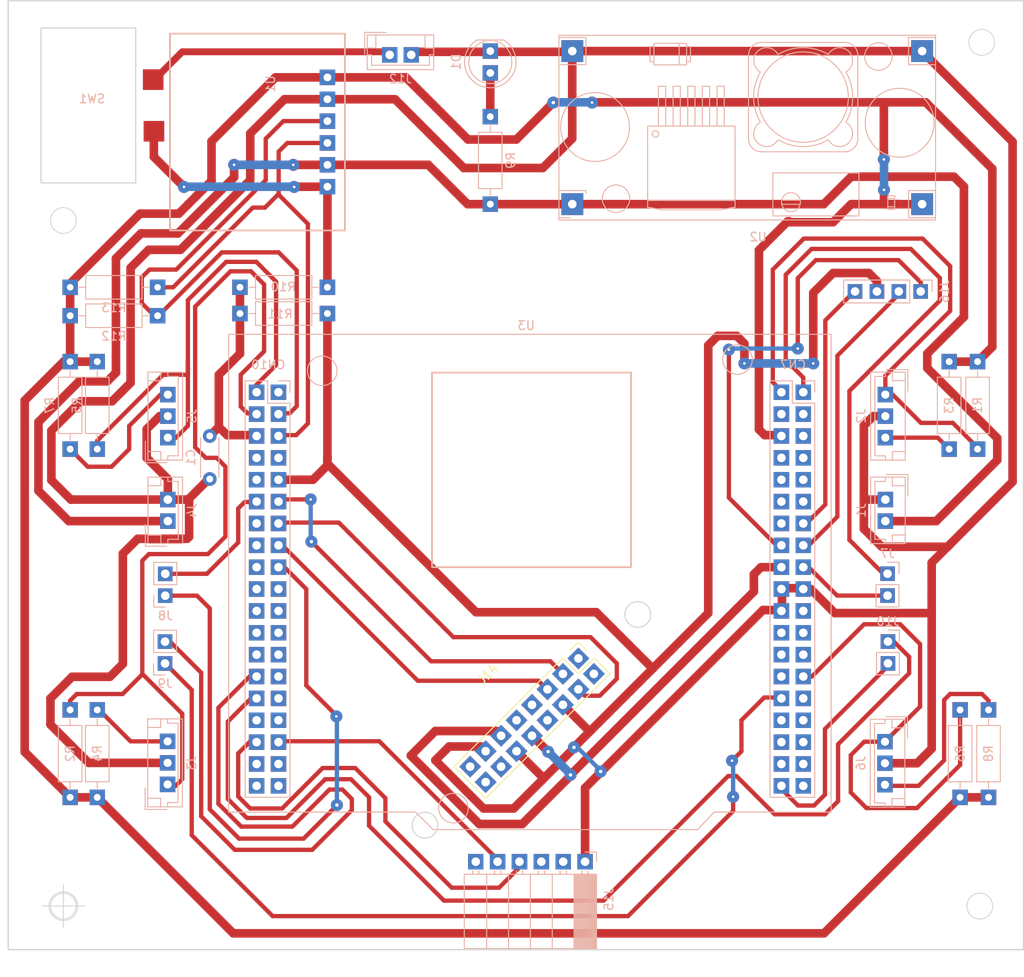
<source format=kicad_pcb>
(kicad_pcb (version 20211014) (generator pcbnew)
  (layers (0 "F.Cu" signal) (31 "B.Cu" signal) (34 "B.Paste" user) (35 "F.Paste" user) (36 "B.SilkS" user "B.Silkscreen") (37 "F.SilkS" user "F.Silkscreen") (38 "B.Mask" user) (39 "F.Mask" user) (44 "Edge.Cuts" user))
  (net 0 "")
  (net 1 "Vbat")
  (net 2 "GND")
  (net 3 "Net-(D1-Pad2)")
  (net 4 "+12V")
  (net 5 "MOTOR1_ENCODER")
  (net 6 "MOTOR3_ENCODER")
  (net 7 "MOTOR2_ENCODER")
  (net 8 "MOTOR4_ENCODER")
  (net 9 "MOTOR1_PWMN")
  (net 10 "MOTOR1_PWM")
  (net 11 "MOTOR2_PWMN")
  (net 12 "MOTOR2_PWM")
  (net 13 "MOTOR3_PWMN")
  (net 14 "MOTOR3_PWM")
  (net 15 "MOTOR4_PWMN")
  (net 16 "MOTOR4_PWM")
  (net 17 "+5V")
  (net 18 "Net-(J12-Pad1)")
  (net 19 "I2C_SDA")
  (net 20 "SPI_MISO")
  (net 21 "SPI_MOSI")
  (net 22 "SPI_SCLK")
  (net 33 "UART_TX")
  (net 34 "UART_RX")
  (net 36 "Net-(R10-Pad1)")
  (net 37 "I2C_SCL")
  (net 38 "SWDIO")
  (net 39 "SWCLK")
  (net 63 "+3V3")
  (net 87 "Net-(J6-Pad3)")
  (net 88 "Net-(J2-Pad3)")
  (net 90 "Net-(J3-Pad3)")
  (net 91 "Net-(J5-Pad3)")
  (footprint "CustomLib:Conector_IMU" (layer "F.Cu") (at 227.646871 202.14623 45)
    (fp_text reference "J14")
    (fp_text value "Conector_IMU")
    (fp_circle (center 26.2904 1.4224) (end 27.7904 1.4224) (layer "Edge.Cuts") (width 0.12) (fill none))
    (fp_circle (center -8.5 1.25) (end -7 1.25) (layer "Edge.Cuts") (width 0.12) (fill none))
  )
  (footprint "Connector_PinSocket_2.54mm:PinSocket_1x04_P2.54mm_Vertical" (layer "B.Cu") (at 280.096716 147.041 90)
    (fp_text reference "J16")
    (fp_text value "Conector_Programador")
  )
  (footprint "Connector_PinHeader_2.54mm:PinHeader_1x02_P2.54mm_Vertical" (layer "B.Cu") (at 276.296716 187.706 180)
    (fp_text reference "J10")
    (fp_text value "Conector_Motor4")
  )
  (footprint "CustomLib:Nucleo_F303RE" (layer "B.Cu") (at 266.644716 158.75 180)
    (fp_text reference "U3")
    (fp_text value "Nucleo_F303RE")
  )
  (footprint "Resistor_THT:R_Axial_DIN0207_L6.3mm_D2.5mm_P10.16mm_Horizontal" (layer "B.Cu") (at 201.025516 149.606)
    (fp_text reference "R11")
    (fp_text value "R")
  )
  (footprint "LED_THT:LED_D5.0mm" (layer "B.Cu") (at 230.104526 119.12 -90)
    (fp_text reference "D1")
    (fp_text value "LED")
  )
  (footprint "Resistor_THT:R_Axial_DIN0207_L6.3mm_D2.5mm_P10.16mm_Horizontal" (layer "B.Cu") (at 181.300716 149.86)
    (fp_text reference "R12")
    (fp_text value "4K7")
  )
  (footprint "Connector_PinHeader_2.54mm:PinHeader_1x02_P2.54mm_Vertical" (layer "B.Cu") (at 192.322526 190.256)
    (fp_text reference "J9")
    (fp_text value "Conector_Motor3")
  )
  (footprint "Capacitor_THT:C_Disc_D4.3mm_W1.9mm_P5.00mm" (layer "B.Cu") (at 197.516716 163.83 -90)
    (fp_text reference "C1")
    (fp_text value "100n")
  )
  (footprint "CustomLib:SW_SPST" (layer "B.Cu") (at 188.918716 116.4338 180)
    (fp_text reference "SW1")
    (fp_text value "SW_SPST")
    (fp_rect (start 0 0) (end 11 -18) (layer "Edge.Cuts") (width 0.12) (fill none))
  )
  (footprint "Connector_JST:JST_EH_B2B-EH-A_1x02_P2.50mm_Vertical" (layer "B.Cu") (at 192.649716 173.716 90)
    (fp_text reference "J4")
    (fp_text value "Conector_Alim_PuenteH2")
  )
  (footprint "Connector_JST:JST_EH_B3B-EH-A_1x03_P2.50mm_Vertical" (layer "B.Cu") (at 275.950716 199.343 -90)
    (fp_text reference "J6")
    (fp_text value "Conector_Encoder4")
  )
  (footprint "Connector_PinHeader_2.54mm:PinHeader_1x02_P2.54mm_Vertical" (layer "B.Cu") (at 192.349716 182.377)
    (fp_text reference "J8")
    (fp_text value "Conector_Motor2")
  )
  (footprint "Resistor_THT:R_Axial_DIN0207_L6.3mm_D2.5mm_P10.16mm_Horizontal" (layer "B.Cu") (at 184.450316 155.194 -90)
    (fp_text reference "R5")
    (fp_text value "10k")
  )
  (footprint "Resistor_THT:R_Axial_DIN0207_L6.3mm_D2.5mm_P10.16mm_Horizontal" (layer "B.Cu") (at 181.300716 155.194 -90)
    (fp_text reference "R7")
    (fp_text value "220")
  )
  (footprint "Resistor_THT:R_Axial_DIN0207_L6.3mm_D2.5mm_P10.16mm_Horizontal" (layer "B.Cu") (at 283.408716 155.194 -90)
    (fp_text reference "R3")
    (fp_text value "220")
  )
  (footprint "Resistor_THT:R_Axial_DIN0207_L6.3mm_D2.5mm_P10.16mm_Horizontal" (layer "B.Cu") (at 184.450316 205.807 90)
    (fp_text reference "R4")
    (fp_text value "220")
  )
  (footprint "Resistor_THT:R_Axial_DIN0207_L6.3mm_D2.5mm_P10.16mm_Horizontal" (layer "B.Cu") (at 287.980716 205.807 90)
    (fp_text reference "R8")
    (fp_text value "220")
  )
  (footprint "Resistor_THT:R_Axial_DIN0207_L6.3mm_D2.5mm_P10.16mm_Horizontal" (layer "B.Cu") (at 286.710716 155.194 -90)
    (fp_text reference "R1")
    (fp_text value "10k")
  )
  (footprint "Resistor_THT:R_Axial_DIN0207_L6.3mm_D2.5mm_P10.16mm_Horizontal" (layer "B.Cu") (at 211.185516 146.558 180)
    (fp_text reference "R10")
    (fp_text value "R")
  )
  (footprint "Connector_JST:JST_EH_B3B-EH-A_1x03_P2.50mm_Vertical" (layer "B.Cu") (at 192.622526 204.3 90)
    (fp_text reference "J3")
    (fp_text value "Conector_Encoder3")
  )
  (footprint "Resistor_THT:R_Axial_DIN0207_L6.3mm_D2.5mm_P10.16mm_Horizontal" (layer "B.Cu") (at 181.300716 146.558)
    (fp_text reference "R13")
    (fp_text value "4K7")
  )
  (footprint "Connector_JST:JST_EH_B2B-EH-A_1x02_P2.50mm_Vertical" (layer "B.Cu") (at 275.996716 171.216 -90)
    (fp_text reference "J1")
    (fp_text value "Conector_Alim_PuenteH1")
  )
  (footprint "Connector_JST:JST_EH_B2B-EH-A_1x02_P2.50mm_Vertical" (layer "B.Cu") (at 218.422526 119.56)
    (fp_text reference "J12")
    (fp_text value "Conector_Baterias")
  )
  (footprint "CustomLib:INA219_Module" (layer "B.Cu") (at 211.185516 122.174 -90)
    (fp_text reference "U1")
    (fp_text value "INA219_Module")
  )
  (footprint "Connector_JST:JST_EH_B3B-EH-A_1x03_P2.50mm_Vertical" (layer "B.Cu") (at 192.649716 164.024 90)
    (fp_text reference "J5")
    (fp_text value "Conector_Encoder2")
  )
  (footprint "Resistor_THT:R_Axial_DIN0207_L6.3mm_D2.5mm_P10.16mm_Horizontal" (layer "B.Cu") (at 230.104526 136.9 90)
    (fp_text reference "R9")
    (fp_text value "860")
  )
  (footprint "Connector_PinSocket_2.54mm:PinSocket_1x06_P2.54mm_Horizontal" (layer "B.Cu") (at 241.115621 213.278 90)
    (fp_text reference "J15")
    (fp_text value "Conector_ConversorUSB")
  )
  (footprint "Resistor_THT:R_Axial_DIN0207_L6.3mm_D2.5mm_P10.16mm_Horizontal" (layer "B.Cu") (at 181.300716 205.807 90)
    (fp_text reference "R2")
    (fp_text value "10k")
  )
  (footprint "Connector_PinHeader_2.54mm:PinHeader_1x02_P2.54mm_Vertical" (layer "B.Cu") (at 276.250716 179.827 180)
    (fp_text reference "J7")
    (fp_text value "Conector_Motor1")
  )
  (footprint "CustomLib:DCDC_StepDown_LM2596" (layer "B.Cu") (at 239.629526 136.9)
    (fp_text reference "U2")
    (fp_text value "LM2596_Module")
  )
  (footprint "Resistor_THT:R_Axial_DIN0207_L6.3mm_D2.5mm_P10.16mm_Horizontal" (layer "B.Cu") (at 284.678716 205.807 90)
    (fp_text reference "R6")
    (fp_text value "10k")
  )
  (footprint "Connector_JST:JST_EH_B3B-EH-A_1x03_P2.50mm_Vertical" (layer "B.Cu") (at 275.996716 159.024 -90)
    (fp_text reference "J2")
    (fp_text value "Conector_Encoder1")
  )
  (gr_rect (start 223.337716 179.07) (end 246.451716 156.464) (layer "B.SilkS") (width 0.2) (fill none))
  (gr_rect (start 292.044716 113.26) (end 174.104716 223.496) (layer "Edge.Cuts") (width 0.15) (fill none))
  (gr_circle (center 287.194716 118.11) (end 285.694716 118.11) (layer "Edge.Cuts") (width 0.1) (fill none))
  (gr_circle (center 180.514716 218.44) (end 179.014716 218.44) (layer "Edge.Cuts") (width 0.1) (fill none))
  (gr_circle (center 286.964716 218.44) (end 285.464716 218.44) (layer "Edge.Cuts") (width 0.1) (fill none))
  (gr_circle (center 180.51681 138.8) (end 179.01681 138.8) (layer "Edge.Cuts") (width 0.1) (fill none))
  (target plus (at 180.51681 218.44) (size 5) (width 0.1) (layer "Edge.Cuts"))
  (segment (start 199.528716 163.73) (end 198.572716 162.774) (width 1) (layer "F.Cu") (net 1))
  (segment (start 198.572716 156.718) (end 198.572716 162.774) (width 1) (layer "F.Cu") (net 1))
  (segment (start 198.572716 162.774) (end 197.516716 163.83) (width 1) (layer "F.Cu") (net 1))
  (segment (start 203.024716 163.73) (end 199.528716 163.73) (width 1) (layer "F.Cu") (net 1))
  (segment (start 201.025516 149.606) (end 201.025516 154.2652) (width 1) (layer "F.Cu") (net 1))
  (segment (start 201.025516 154.2652) (end 198.572716 156.718) (width 1) (layer "F.Cu") (net 1))
  (segment (start 201.025516 146.558) (end 201.025516 149.606) (width 1) (layer "F.Cu") (net 1))
  (segment (start 179.014716 197.358) (end 183.456716 201.8) (width 1) (layer "F.Cu") (net 2))
  (segment (start 273.502716 162.61981) (end 273.502716 171.08019) (width 1) (layer "F.Cu") (net 2))
  (segment (start 261.772526 184.05) (end 241.115621 204.706905) (width 1) (layer "F.Cu") (net 2))
  (segment (start 206.192716 124.714) (end 202.222526 128.68419) (width 1) (layer "F.Cu") (net 2))
  (segment (start 195.130716 171.09181) (end 197.392526 168.83) (width 1) (layer "F.Cu") (net 2))
  (segment (start 188.322526 157.65) (end 186.172526 159.8) (width 1) (layer "F.Cu") (net 2))
  (segment (start 190.422526 142.2) (end 188.322526 144.3) (width 1) (layer "F.Cu") (net 2))
  (segment (start 255.422526 153.3) (end 256.522526 152.2) (width 1) (layer "F.Cu") (net 2))
  (segment (start 228.440716 184.3) (end 242.422526 184.3) (width 1) (layer "F.Cu") (net 2))
  (segment (start 209.512526 168.91) (end 205.502716 168.91) (width 1) (layer "F.Cu") (net 2))
  (segment (start 242.422526 184.3) (end 248.972526 190.85) (width 1) (layer "F.Cu") (net 2))
  (segment (start 183.456716 201.8) (end 192.622526 201.8) (width 1) (layer "F.Cu") (net 2))
  (segment (start 279.650726 119.12) (end 240.248326 119.12) (width 1) (layer "F.Cu") (net 2))
  (segment (start 233.155233 200.442103) (end 236.122526 203.409396) (width 1) (layer "F.Cu") (net 2))
  (segment (start 211.185516 167.23701) (end 209.512526 168.91) (width 1) (layer "F.Cu") (net 2))
  (segment (start 229.021027 199.9) (end 229.56313 200.442103) (width 1) (layer "F.Cu") (net 2))
  (segment (start 190.190716 166.37) (end 190.190716 163.03181) (width 1) (layer "F.Cu") (net 2))
  (segment (start 241.822526 198) (end 239.822526 200) (width 1) (layer "F.Cu") (net 2))
  (segment (start 227.022526 132.7) (end 219.036526 124.714) (width 1) (layer "F.Cu") (net 2))
  (segment (start 192.649716 171.216) (end 192.649716 168.829) (width 1) (layer "F.Cu") (net 2))
  (segment (start 255.422526 184.4) (end 255.422526 153.3) (width 1) (layer "F.Cu") (net 2))
  (segment (start 273.502716 171.08019) (end 273.502716 174.621022) (width 1) (layer "F.Cu") (net 2))
  (segment (start 205.602716 168.81) (end 205.502716 168.91) (width 1) (layer "F.Cu") (net 2))
  (segment (start 182.522526 159.8) (end 179.122526 163.2) (width 1) (layer "F.Cu") (net 2))
  (segment (start 273.638526 171.216) (end 273.502716 171.08019) (width 1) (layer "F.Cu") (net 2))
  (segment (start 259.622526 153.1) (end 259.622526 155.4) (width 1) (layer "F.Cu") (net 2))
  (segment (start 273.502716 174.621022) (end 275.581694 176.7) (width 1) (layer "F.Cu") (net 2))
  (segment (start 275.581694 176.7) (end 283.222526 176.7) (width 1) (layer "F.Cu") (net 2))
  (segment (start 280.269526 119.12) (end 280.269526 119.147) (width 1) (layer "F.Cu") (net 2))
  (segment (start 258.722526 152.2) (end 259.622526 153.1) (width 1) (layer "F.Cu") (net 2))
  (segment (start 195.122526 175.53519) (end 194.889716 175.768) (width 1) (layer "F.Cu") (net 2))
  (segment (start 232.822526 207.1) (end 229.322526 207.1) (width 1) (layer "F.Cu") (net 2))
  (segment (start 179.122526 163.2) (end 179.122526 168.957332) (width 1) (layer "F.Cu") (net 2))
  (segment (start 187.422526 190.3) (end 185.922526 191.8) (width 1) (layer "F.Cu") (net 2))
  (segment (start 181.381194 171.216) (end 192.649716 171.216) (width 1) (layer "F.Cu") (net 2))
  (segment (start 195.130716 171.216) (end 195.130716 171.09181) (width 1) (layer "F.Cu") (net 2))
  (segment (start 211.185516 167.0448) (end 228.440716 184.3) (width 1) (layer "F.Cu") (net 2))
  (segment (start 202.222526 128.68419) (end 202.222526 134.1) (width 1) (layer "F.Cu") (net 2))
  (segment (start 186.172526 159.8) (end 182.522526 159.8) (width 1) (layer "F.Cu") (net 2))
  (segment (start 239.622526 129.2848) (end 236.207326 132.7) (width 1) (layer "F.Cu") (net 2))
  (segment (start 281.376716 184.45419) (end 281.376716 182.118) (width 1) (layer "F.Cu") (net 2))
  (segment (start 179.014716 194.31) (end 179.014716 197.358) (width 1) (layer "F.Cu") (net 2))
  (segment (start 192.649716 168.829) (end 190.190716 166.37) (width 1) (layer "F.Cu") (net 2))
  (segment (start 280.269526 119.147) (end 290.774716 129.65219) (width 1) (layer "F.Cu") (net 2))
  (segment (start 263.984716 184.05) (end 261.772526 184.05) (width 1) (layer "F.Cu") (net 2))
  (segment (start 211.185516 166.2828) (end 211.185516 167.0448) (width 1) (layer "F.Cu") (net 2))
  (segment (start 266.524716 181.51) (end 263.984716 181.51) (width 1) (layer "F.Cu") (net 2))
  (segment (start 188.322526 144.3) (end 188.322526 157.65) (width 1) (layer "F.Cu") (net 2))
  (segment (start 195.122526 171.22419) (end 195.122526 175.53519) (width 1) (layer "F.Cu") (net 2))
  (segment (start 211.185516 166.2828) (end 211.185516 167.23701) (width 1) (layer "F.Cu") (net 2))
  (segment (start 267.332526 181.61) (end 270.126526 184.404) (width 1) (layer "F.Cu") (net 2))
  (segment (start 197.392526 168.83) (end 197.516716 168.83) (width 1) (layer "F.Cu") (net 2))
  (segment (start 248.972526 190.85) (end 255.422526 184.4) (width 1) (layer "F.Cu") (net 2))
  (segment (start 275.996716 171.216) (end 273.638526 171.216) (width 1) (layer "F.Cu") (net 2))
  (segment (start 190.190716 163.03181) (end 191.698526 161.524) (width 1) (layer "F.Cu") (net 2))
  (segment (start 195.130716 171.216) (end 195.122526 171.22419) (width 1) (layer "F.Cu") (net 2))
  (segment (start 270.126526 184.404) (end 281.326526 184.404) (width 1) (layer "F.Cu") (net 2))
  (segment (start 281.326526 184.404) (end 281.376716 184.45419) (width 1) (layer "F.Cu") (net 2))
  (segment (start 256.522526 152.2) (end 258.722526 152.2) (width 1) (layer "F.Cu") (net 2))
  (segment (start 236.207326 132.7) (end 227.022526 132.7) (width 1) (layer "F.Cu") (net 2))
  (segment (start 239.622526 119.7458) (end 239.622526 129.2848) (width 1) (layer "F.Cu") (net 2))
  (segment (start 202.222526 134.1) (end 194.122526 142.2) (width 1) (layer "F.Cu") (net 2))
  (segment (start 283.222526 176.7) (end 283.472526 176.45) (width 1) (layer "F.Cu") (net 2))
  (segment (start 181.524716 191.8) (end 179.014716 194.31) (width 1) (layer "F.Cu") (net 2))
  (segment (start 239.629526 119.7388) (end 239.622526 119.7458) (width 1) (layer "F.Cu") (net 2))
  (segment (start 194.889716 175.768) (end 189.154526 175.768) (width 1) (layer "F.Cu") (net 2))
  (segment (start 238.543386 195.053949) (end 241.489437 198) (width 1) (layer "F.Cu") (net 2))
  (segment (start 220.922526 119.56) (end 220.922526 119.2) (width 1) (layer "F.Cu") (net 2))
  (segment (start 192.649716 171.216) (end 195.130716 171.216) (width 1) (layer "F.Cu") (net 2))
  (segment (start 223.722526 201.5) (end 225.322526 199.9) (width 1) (layer "F.Cu") (net 2))
  (segment (start 274.077797 144.9) (end 275.016716 145.838919) (width 1) (layer "F.Cu") (net 2))
  (segment (start 279.761526 119.2308) (end 279.650726 119.12) (width 1) (layer "F.Cu") (net 2))
  (segment (start 269.922526 144.9) (end 274.077797 144.9) (width 1) (layer "F.Cu") (net 2))
  (segment (start 283.472526 176.45) (end 281.376716 178.54581) (width 1) (layer "F.Cu") (net 2))
  (segment (start 236.122526 203.8) (end 232.822526 207.1) (width 1) (layer "F.Cu") (net 2))
  (segment (start 290.774716 129.65219) (end 290.774716 169.14781) (width 1) (layer "F.Cu") (net 2))
  (segment (start 211.185516 149.606) (end 211.185516 166.2828) (width 1) (layer "F.Cu") (net 2))
  (segment (start 275.016716 145.838919) (end 275.016716 147.041) (width 1) (layer "F.Cu") (net 2))
  (segment (start 239.629526 119.7388) (end 239.095726 119.205) (width 1) (layer "F.Cu") (net 2))
  (segment (start 221.277526 119.205) (end 220.922526 119.56) (width 1) (layer "F.Cu") (net 2))
  (segment (start 281.376716 182.118) (end 281.376716 178.54581) (width 1) (layer "F.Cu") (net 2))
  (segment (start 187.422526 177.5) (end 187.422526 190.3) (width 1) (layer "F.Cu") (net 2))
  (segment (start 194.122526 142.2) (end 190.422526 142.2) (width 1) (layer "F.Cu") (net 2))
  (segment (start 219.036526 124.714) (end 206.192716 124.714) (width 1) (layer "F.Cu") (net 2))
  (segment (start 274.598526 161.524) (end 273.502716 162.61981) (width 1) (layer "F.Cu") (net 2))
  (segment (start 229.322526 207.1) (end 223.722526 201.5) (width 1) (layer "F.Cu") (net 2))
  (segment (start 290.774716 169.14781) (end 283.472526 176.45) (width 1) (layer "F.Cu") (net 2))
  (segment (start 239.822526 200) (end 239.822526 200.1) (width 1) (layer "F.Cu") (net 2))
  (segment (start 191.698526 161.524) (end 192.649716 161.524) (width 1) (layer "F.Cu") (net 2))
  (segment (start 266.462716 181.61) (end 267.332526 181.61) (width 1) (layer "F.Cu") (net 2))
  (segment (start 275.950716 201.843) (end 279.685716 201.843) (width 1) (layer "F.Cu") (net 2))
  (segment (start 263.984716 181.51) (end 263.984716 184.05) (width 1) (layer "F.Cu") (net 2))
  (segment (start 211.185516 149.606) (end 211.272716 149.6932) (width 1) (layer "F.Cu") (net 2))
  (segment (start 225.322526 199.9) (end 229.021027 199.9) (width 1) (layer "F.Cu") (net 2))
  (segment (start 267.622526 147.2) (end 269.922526 144.9) (width 1) (layer "F.Cu") (net 2))
  (segment (start 267.622526 155.4) (end 267.622526 147.2) (width 1) (layer "F.Cu") (net 2))
  (segment (start 189.154526 175.768) (end 187.422526 177.5) (width 1) (layer "F.Cu") (net 2))
  (segment (start 281.376716 200.152) (end 281.376716 184.45419) (width 1) (layer "F.Cu") (net 2))
  (segment (start 241.489437 198) (end 241.822526 198) (width 1) (layer "F.Cu") (net 2))
  (segment (start 275.996716 161.524) (end 274.598526 161.524) (width 1) (layer "F.Cu") (net 2))
  (segment (start 248.972526 190.85) (end 241.822526 198) (width 1) (layer "F.Cu") (net 2))
  (segment (start 236.122526 203.409396) (end 236.122526 203.8) (width 1) (layer "F.Cu") (net 2))
  (segment (start 239.922526 200) (end 239.822526 200) (width 1) (layer "F.Cu") (net 2))
  (segment (start 179.122526 168.957332) (end 181.381194 171.216) (width 1) (layer "F.Cu") (net 2))
  (segment (start 279.685716 201.843) (end 281.376716 200.152) (width 1) (layer "F.Cu") (net 2))
  (segment (start 241.115621 204.706905) (end 241.115621 213.278) (width 1) (layer "F.Cu") (net 2))
  (segment (start 185.922526 191.8) (end 181.524716 191.8) (width 1) (layer "F.Cu") (net 2))
  (segment (start 240.248326 119.12) (end 239.629526 119.7388) (width 1) (layer "F.Cu") (net 2))
  (segment (start 239.095726 119.205) (end 221.277526 119.205) (width 1) (layer "F.Cu") (net 2))
  (segment (start 239.822526 200.1) (end 236.122526 203.8) (width 1) (layer "F.Cu") (net 2))
  (via (at 242.922526 202.8) (size 1.4) (drill 0.4) (layers "F.Cu" "B.Cu") (net 2))
  (via (at 259.622526 155.4) (size 1.4) (drill 0) (layers "F.Cu" "B.Cu") (net 2))
  (via (at 239.822526 200) (size 1.4) (drill 0.4) (layers "F.Cu" "B.Cu") (net 2))
  (via (at 267.622526 155.4) (size 1.4) (drill 0) (layers "F.Cu" "B.Cu") (net 2))
  (segment (start 240.222526 200) (end 242.922526 202.7) (width 0.5) (layer "B.Cu") (net 2))
  (segment (start 239.822526 200) (end 240.222526 200) (width 0.5) (layer "B.Cu") (net 2))
  (segment (start 242.922526 202.7) (end 242.922526 202.8) (width 0.5) (layer "B.Cu") (net 2))
  (segment (start 259.622526 155.4) (end 267.622526 155.4) (width 1) (layer "B.Cu") (net 2))
  (segment (start 230.104526 122.2788) (end 230.104526 126.5038) (width 1) (layer "F.Cu") (net 3))
  (segment (start 186.622526 143.2) (end 186.622526 156.47619) (width 1) (layer "F.Cu") (net 4))
  (segment (start 200.350716 132.334) (end 200.350716 133.77181) (width 1) (layer "F.Cu") (net 4))
  (segment (start 182.342526 157.48) (end 177.622526 162.2) (width 1) (layer "F.Cu") (net 4))
  (segment (start 288.996716 166.624) (end 288.996716 164.07419) (width 1) (layer "F.Cu") (net 4))
  (segment (start 222.901726 132.334) (end 227.467726 136.9) (width 1) (layer "F.Cu") (net 4))
  (segment (start 193.822526 140.3) (end 189.522526 140.3) (width 1) (layer "F.Cu") (net 4))
  (segment (start 275.996716 173.716) (end 281.904716 173.716) (width 1) (layer "F.Cu") (net 4))
  (segment (start 281.904716 173.716) (end 288.996716 166.624) (width 1) (layer "F.Cu") (net 4))
  (segment (start 239.629526 136.9) (end 230.104526 136.9) (width 1) (layer "F.Cu") (net 4))
  (segment (start 283.966526 133.7088) (end 272.028526 133.7088) (width 1) (layer "F.Cu") (net 4))
  (segment (start 280.868716 154.25381) (end 285.122526 150) (width 1) (layer "F.Cu") (net 4))
  (segment (start 285.122526 150) (end 285.122526 134.8648) (width 1) (layer "F.Cu") (net 4))
  (segment (start 185.618716 157.48) (end 182.342526 157.48) (width 1) (layer "F.Cu") (net 4))
  (segment (start 200.350716 133.77181) (end 193.822526 140.3) (width 1) (layer "F.Cu") (net 4))
  (segment (start 177.622526 170.197905) (end 181.140621 173.716) (width 1) (layer "F.Cu") (net 4))
  (segment (start 272.028526 133.7088) (end 268.837326 136.9) (width 1) (layer "F.Cu") (net 4))
  (segment (start 181.140621 173.716) (end 192.649716 173.716) (width 1) (layer "F.Cu") (net 4))
  (segment (start 227.467726 136.9) (end 230.104526 136.9) (width 1) (layer "F.Cu") (net 4))
  (segment (start 207.222526 132.334) (end 222.901726 132.334) (width 1) (layer "F.Cu") (net 4))
  (segment (start 268.837326 136.9) (end 239.629526 136.9) (width 1) (layer "F.Cu") (net 4))
  (segment (start 177.622526 162.2) (end 177.622526 170.197905) (width 1) (layer "F.Cu") (net 4))
  (segment (start 280.868716 155.94619) (end 280.868716 154.25381) (width 1) (layer "F.Cu") (net 4))
  (segment (start 288.996716 164.07419) (end 280.868716 155.94619) (width 1) (layer "F.Cu") (net 4))
  (segment (start 285.122526 134.8648) (end 283.966526 133.7088) (width 1) (layer "F.Cu") (net 4))
  (segment (start 189.522526 140.3) (end 186.622526 143.2) (width 1) (layer "F.Cu") (net 4))
  (segment (start 186.622526 156.47619) (end 185.618716 157.48) (width 1) (layer "F.Cu") (net 4))
  (via (at 207.222526 132.334) (size 1.4) (drill 0) (layers "F.Cu" "B.Cu") (net 4))
  (via (at 200.350716 132.334) (size 1.4) (drill 0) (layers "F.Cu" "B.Cu") (net 4))
  (segment (start 200.350716 132.334) (end 207.222526 132.334) (width 1) (layer "B.Cu") (net 4))
  (segment (start 283.828526 162.306) (end 280.128526 162.306) (width 0.5) (layer "F.Cu") (net 5))
  (segment (start 280.322526 140.9) (end 266.522526 140.9) (width 0.5) (layer "F.Cu") (net 5))
  (segment (start 275.996716 159.024) (end 275.996716 156.82581) (width 0.5) (layer "F.Cu") (net 5))
  (segment (start 283.522526 144.1) (end 280.322526 140.9) (width 0.5) (layer "F.Cu") (net 5))
  (segment (start 276.846526 159.024) (end 275.996716 159.024) (width 0.5) (layer "F.Cu") (net 5))
  (segment (start 280.128526 162.306) (end 276.846526 159.024) (width 0.5) (layer "F.Cu") (net 5))
  (segment (start 266.522526 140.9) (end 262.922526 144.5) (width 0.5) (layer "F.Cu") (net 5))
  (segment (start 283.522526 149.3) (end 283.522526 144.1) (width 0.5) (layer "F.Cu") (net 5))
  (segment (start 286.710716 165.354) (end 286.710716 165.18819) (width 0.5) (layer "F.Cu") (net 5))
  (segment (start 262.922526 144.5) (end 262.922526 157.58781) (width 0.5) (layer "F.Cu") (net 5))
  (segment (start 286.710716 165.18819) (end 283.828526 162.306) (width 0.5) (layer "F.Cu") (net 5))
  (segment (start 262.922526 157.58781) (end 263.984716 158.65) (width 0.5) (layer "F.Cu") (net 5))
  (segment (start 275.996716 156.82581) (end 283.522526 149.3) (width 0.5) (layer "F.Cu") (net 5))
  (segment (start 199.334716 175.514) (end 199.334716 167.386) (width 0.5) (layer "F.Cu") (net 6))
  (segment (start 187.396716 193.802) (end 189.682716 191.516) (width 0.5) (layer "F.Cu") (net 6))
  (segment (start 190.444716 177.546) (end 197.302716 177.546) (width 0.5) (layer "F.Cu") (net 6))
  (segment (start 195.822526 165.14381) (end 195.822526 148.80019) (width 0.5) (layer "F.Cu") (net 6))
  (segment (start 199.334716 167.386) (end 198.318716 166.37) (width 0.5) (layer "F.Cu") (net 6))
  (segment (start 197.048716 166.37) (end 195.822526 165.14381) (width 0.5) (layer "F.Cu") (net 6))
  (segment (start 201.112716 156.718) (end 201.112716 160.401) (width 0.5) (layer "F.Cu") (net 6))
  (segment (start 189.738526 191.516) (end 194.322526 196.1) (width 0.5) (layer "F.Cu") (net 6))
  (segment (start 202.302716 144.7) (end 203.830716 146.228) (width 0.5) (layer "F.Cu") (net 6))
  (segment (start 197.302716 177.546) (end 199.334716 175.514) (width 0.5) (layer "F.Cu") (net 6))
  (segment (start 199.922716 144.7) (end 202.302716 144.7) (width 0.5) (layer "F.Cu") (net 6))
  (segment (start 189.682716 191.516) (end 189.738526 191.516) (width 0.5) (layer "F.Cu") (net 6))
  (segment (start 181.300716 194.564) (end 182.062716 193.802) (width 0.5) (layer "F.Cu") (net 6))
  (segment (start 201.112716 160.401) (end 201.901716 161.19) (width 0.5) (layer "F.Cu") (net 6))
  (segment (start 203.830716 146.228) (end 203.830716 154) (width 0.5) (layer "F.Cu") (net 6))
  (segment (start 182.062716 193.802) (end 187.396716 193.802) (width 0.5) (layer "F.Cu") (net 6))
  (segment (start 189.682716 178.308) (end 190.444716 177.546) (width 0.5) (layer "F.Cu") (net 6))
  (segment (start 198.318716 166.37) (end 197.048716 166.37) (width 0.5) (layer "F.Cu") (net 6))
  (segment (start 195.822526 148.80019) (end 199.922716 144.7) (width 0.5) (layer "F.Cu") (net 6))
  (segment (start 201.901716 161.19) (end 203.024716 161.19) (width 0.5) (layer "F.Cu") (net 6))
  (segment (start 189.682716 191.516) (end 189.682716 178.308) (width 0.5) (layer "F.Cu") (net 6))
  (segment (start 203.830716 154) (end 201.112716 156.718) (width 0.5) (layer "F.Cu") (net 6))
  (segment (start 194.322526 203.7) (end 193.522526 204.5) (width 0.5) (layer "F.Cu") (net 6))
  (segment (start 181.300716 195.647) (end 181.300716 194.564) (width 0.5) (layer "F.Cu") (net 6))
  (segment (start 194.322526 196.1) (end 194.322526 203.7) (width 0.5) (layer "F.Cu") (net 6))
  (segment (start 202.922526 143.6) (end 205.222526 145.9) (width 0.5) (layer "F.Cu") (net 7))
  (segment (start 184.450316 164.37221) (end 192.104526 156.718) (width 0.5) (layer "F.Cu") (net 7))
  (segment (start 193.598526 164.024) (end 194.978716 162.64381) (width 0.5) (layer "F.Cu") (net 7))
  (segment (start 199.422526 143.6) (end 202.922526 143.6) (width 0.5) (layer "F.Cu") (net 7))
  (segment (start 194.978716 155.156) (end 194.978716 148.04381) (width 0.5) (layer "F.Cu") (net 7))
  (segment (start 202.924716 157.89781) (end 202.924716 158.75) (width 0.5) (layer "F.Cu") (net 7))
  (segment (start 205.222526 155.6) (end 202.924716 157.89781) (width 0.5) (layer "F.Cu") (net 7))
  (segment (start 192.649716 164.024) (end 193.598526 164.024) (width 0.5) (layer "F.Cu") (net 7))
  (segment (start 194.978716 162.64381) (end 194.978716 155.156) (width 0.5) (layer "F.Cu") (net 7))
  (segment (start 192.104526 156.718) (end 194.978716 156.718) (width 0.5) (layer "F.Cu") (net 7))
  (segment (start 184.450316 165.354) (end 184.450316 164.37221) (width 0.5) (layer "F.Cu") (net 7))
  (segment (start 194.978716 156.718) (end 194.978716 155.156) (width 0.5) (layer "F.Cu") (net 7))
  (segment (start 194.978716 148.04381) (end 199.422526 143.6) (width 0.5) (layer "F.Cu") (net 7))
  (segment (start 205.222526 145.9) (end 205.222526 155.6) (width 0.5) (layer "F.Cu") (net 7))
  (segment (start 273.526526 185.7) (end 277.722526 185.7) (width 0.5) (layer "F.Cu") (net 8))
  (segment (start 271.978716 205.232) (end 273.794716 207.048) (width 0.5) (layer "F.Cu") (net 8))
  (segment (start 280.029526 195.26419) (end 275.950716 199.343) (width 0.5) (layer "F.Cu") (net 8))
  (segment (start 273.549716 199.343) (end 271.978716 200.914) (width 0.5) (layer "F.Cu") (net 8))
  (segment (start 271.978716 200.914) (end 271.978716 205.232) (width 0.5) (layer "F.Cu") (net 8))
  (segment (start 267.456526 191.77) (end 273.526526 185.7) (width 0.5) (layer "F.Cu") (net 8))
  (segment (start 279.676086 207.048) (end 284.678716 202.04537) (width 0.5) (layer "F.Cu") (net 8))
  (segment (start 273.794716 207.048) (end 279.676086 207.048) (width 0.5) (layer "F.Cu") (net 8))
  (segment (start 277.722526 185.7) (end 280.029526 188.007) (width 0.5) (layer "F.Cu") (net 8))
  (segment (start 266.462716 191.77) (end 267.456526 191.77) (width 0.5) (layer "F.Cu") (net 8))
  (segment (start 284.678716 202.04537) (end 284.678716 195.647) (width 0.5) (layer "F.Cu") (net 8))
  (segment (start 275.950716 199.343) (end 273.549716 199.343) (width 0.5) (layer "F.Cu") (net 8))
  (segment (start 280.029526 188.007) (end 280.029526 195.26419) (width 0.5) (layer "F.Cu") (net 8))
  (segment (start 264.422526 155.00381) (end 266.462716 157.044) (width 0.5) (layer "F.Cu") (net 9))
  (segment (start 276.250716 179.827) (end 275.749526 179.827) (width 0.5) (layer "F.Cu") (net 9))
  (segment (start 282.322526 145.47181) (end 278.950716 142.1) (width 0.5) (layer "F.Cu") (net 9))
  (segment (start 271.822526 175.9) (end 271.822526 158.6) (width 0.5) (layer "F.Cu") (net 9))
  (segment (start 266.462716 157.044) (end 266.462716 158.75) (width 0.5) (layer "F.Cu") (net 9))
  (segment (start 271.822526 158.6) (end 282.322526 148.1) (width 0.5) (layer "F.Cu") (net 9))
  (segment (start 267.422526 142.1) (end 264.422526 145.1) (width 0.5) (layer "F.Cu") (net 9))
  (segment (start 282.322526 148.1) (end 282.322526 145.47181) (width 0.5) (layer "F.Cu") (net 9))
  (segment (start 275.749526 179.827) (end 271.822526 175.9) (width 0.5) (layer "F.Cu") (net 9))
  (segment (start 264.422526 145.1) (end 264.422526 155.00381) (width 0.5) (layer "F.Cu") (net 9))
  (segment (start 278.950716 142.1) (end 267.422526 142.1) (width 0.5) (layer "F.Cu") (net 9))
  (segment (start 267.092526 179.07) (end 266.462716 179.07) (width 0.5) (layer "F.Cu") (net 10))
  (segment (start 276.250716 182.367) (end 270.389526 182.367) (width 0.5) (layer "F.Cu") (net 10))
  (segment (start 266.524716 178.97) (end 266.554716 179) (width 0.5) (layer "F.Cu") (net 10))
  (segment (start 270.389526 182.367) (end 267.092526 179.07) (width 0.5) (layer "F.Cu") (net 10))
  (segment (start 206.092526 178.97) (end 205.564716 178.97) (width 0.5) (layer "F.Cu") (net 11))
  (segment (start 200.922526 210.6) (end 197.522526 207.2) (width 0.5) (layer "F.Cu") (net 11))
  (segment (start 212.222526 196.4) (end 212.222526 196.3) (width 0.5) (layer "F.Cu") (net 11))
  (segment (start 208.422526 210.6) (end 200.922526 210.6) (width 0.5) (layer "F.Cu") (net 11))
  (segment (start 208.732716 181.61019) (end 206.092526 178.97) (width 0.5) (layer "F.Cu") (net 11))
  (segment (start 208.732716 192.81019) (end 208.732716 181.61019) (width 0.5) (layer "F.Cu") (net 11))
  (segment (start 212.222526 196.3) (end 208.732716 192.81019) (width 0.5) (layer "F.Cu") (net 11))
  (segment (start 197.522526 207.2) (end 197.522526 183.86181) (width 0.5) (layer "F.Cu") (net 11))
  (segment (start 197.522526 183.86181) (end 196.037716 182.377) (width 0.5) (layer "F.Cu") (net 11))
  (segment (start 196.037716 182.377) (end 192.349716 182.377) (width 0.5) (layer "F.Cu") (net 11))
  (segment (start 212.288716 206.7) (end 212.288716 206.73381) (width 0.5) (layer "F.Cu") (net 11))
  (segment (start 212.288716 206.73381) (end 208.422526 210.6) (width 0.5) (layer "F.Cu") (net 11))
  (via (at 212.222526 196.4) (size 1.4) (drill 0) (layers "F.Cu" "B.Cu") (net 11))
  (via (at 212.288716 206.7) (size 1.4) (drill 0.4) (layers "F.Cu" "B.Cu") (net 11))
  (segment (start 212.288716 196.46619) (end 212.222526 196.4) (width 0.5) (layer "B.Cu") (net 11))
  (segment (start 212.288716 206.7) (end 212.288716 196.46619) (width 0.5) (layer "B.Cu") (net 11))
  (segment (start 197.185526 179.837) (end 200.822526 176.2) (width 0.5) (layer "F.Cu") (net 12))
  (segment (start 200.822526 172.24819) (end 201.570716 171.5) (width 0.5) (layer "F.Cu") (net 12))
  (segment (start 200.822526 176.2) (end 200.822526 172.24819) (width 0.5) (layer "F.Cu") (net 12))
  (segment (start 192.349716 179.837) (end 197.185526 179.837) (width 0.5) (layer "F.Cu") (net 12))
  (segment (start 201.570716 171.5) (end 202.874716 171.5) (width 0.5) (layer "F.Cu") (net 12))
  (segment (start 195.422526 210.2) (end 195.422526 193.32881) (width 0.5) (layer "F.Cu") (net 13))
  (segment (start 246.109327 219.6) (end 204.822526 219.6) (width 0.5) (layer "F.Cu") (net 13))
  (segment (start 259.278716 200.45581) (end 259.278716 196.85) (width 0.5) (layer "F.Cu") (net 13))
  (segment (start 258.312526 205.74) (end 258.312526 207.396801) (width 0.5) (layer "F.Cu") (net 13))
  (segment (start 259.278716 196.85) (end 261.918716 194.21) (width 0.5) (layer "F.Cu") (net 13))
  (segment (start 258.312526 207.396801) (end 246.109327 219.6) (width 0.5) (layer "F.Cu") (net 13))
  (segment (start 195.422526 193.32881) (end 192.349716 190.256) (width 0.5) (layer "F.Cu") (net 13))
  (segment (start 261.918716 194.21) (end 263.984716 194.21) (width 0.5) (layer "F.Cu") (net 13))
  (segment (start 258.185526 201.549) (end 259.278716 200.45581) (width 0.5) (layer "F.Cu") (net 13))
  (segment (start 204.822526 219.6) (end 195.422526 210.2) (width 0.5) (layer "F.Cu") (net 13))
  (via (at 258.185526 201.549) (size 1.4) (drill 0) (layers "F.Cu" "B.Cu") (net 13))
  (via (at 258.312526 205.74) (size 1.4) (drill 0) (layers "F.Cu" "B.Cu") (net 13))
  (segment (start 258.185526 201.549) (end 258.312526 201.676) (width 0.5) (layer "B.Cu") (net 13))
  (segment (start 258.312526 201.676) (end 258.312526 205.74) (width 0.5) (layer "B.Cu") (net 13))
  (segment (start 207.122526 209.2) (end 211.422526 204.9) (width 0.5) (layer "F.Cu") (net 14))
  (segment (start 203.024716 191.67) (end 202.252526 191.67) (width 0.5) (layer "F.Cu") (net 14))
  (segment (start 214.022526 206) (end 214.022526 207.3) (width 0.5) (layer "F.Cu") (net 14))
  (segment (start 196.522526 191.328489) (end 192.910037 187.716) (width 0.5) (layer "F.Cu") (net 14))
  (segment (start 198.522526 206.55) (end 201.172526 209.2) (width 0.5) (layer "F.Cu") (net 14))
  (segment (start 211.422526 204.9) (end 212.922526 204.9) (width 0.5) (layer "F.Cu") (net 14))
  (segment (start 198.522526 195.4) (end 198.522526 206.55) (width 0.5) (layer "F.Cu") (net 14))
  (segment (start 201.172526 209.2) (end 207.122526 209.2) (width 0.5) (layer "F.Cu") (net 14))
  (segment (start 212.922526 204.9) (end 214.022526 206) (width 0.5) (layer "F.Cu") (net 14))
  (segment (start 196.522526 208) (end 196.522526 191.328489) (width 0.5) (layer "F.Cu") (net 14))
  (segment (start 214.022526 207.3) (end 209.422526 211.9) (width 0.5) (layer "F.Cu") (net 14))
  (segment (start 192.910037 187.716) (end 192.349716 187.716) (width 0.5) (layer "F.Cu") (net 14))
  (segment (start 202.252526 191.67) (end 198.522526 195.4) (width 0.5) (layer "F.Cu") (net 14))
  (segment (start 200.422526 211.9) (end 196.522526 208) (width 0.5) (layer "F.Cu") (net 14))
  (segment (start 209.422526 211.9) (end 200.422526 211.9) (width 0.5) (layer "F.Cu") (net 14))
  (segment (start 199.622526 197) (end 199.622526 206) (width 0.5) (layer "F.Cu") (net 15))
  (segment (start 202.924716 194.31) (end 203.024716 194.21) (width 0.5) (layer "F.Cu") (net 15))
  (segment (start 203.024716 194.21) (end 202.412526 194.21) (width 0.5) (layer "F.Cu") (net 15))
  (segment (start 224.722526 217.8) (end 243.268026 217.8) (width 0.5) (layer "F.Cu") (net 15))
  (segment (start 278.759526 189.484) (end 276.981526 187.706) (width 0.5) (layer "F.Cu") (net 15))
  (segment (start 263.138526 207.772) (end 268.980526 207.772) (width 0.5) (layer "F.Cu") (net 15))
  (segment (start 257.741026 203.327) (end 258.693526 203.327) (width 0.5) (layer "F.Cu") (net 15))
  (segment (start 258.693526 203.327) (end 263.138526 207.772) (width 0.5) (layer "F.Cu") (net 15))
  (segment (start 210.922526 203.7) (end 213.922526 203.7) (width 0.5) (layer "F.Cu") (net 15))
  (segment (start 216.022526 205.8) (end 216.022526 209.1) (width 0.5) (layer "F.Cu") (net 15))
  (segment (start 202.412526 194.21) (end 199.622526 197) (width 0.5) (layer "F.Cu") (net 15))
  (segment (start 278.759526 191.389) (end 278.759526 189.484) (width 0.5) (layer "F.Cu") (net 15))
  (segment (start 276.981526 187.706) (end 276.296716 187.706) (width 0.5) (layer "F.Cu") (net 15))
  (segment (start 206.422526 208.2) (end 210.922526 203.7) (width 0.5) (layer "F.Cu") (net 15))
  (segment (start 199.622526 206) (end 201.822526 208.2) (width 0.5) (layer "F.Cu") (net 15))
  (segment (start 216.022526 209.1) (end 224.722526 217.8) (width 0.5) (layer "F.Cu") (net 15))
  (segment (start 213.922526 203.7) (end 216.022526 205.8) (width 0.5) (layer "F.Cu") (net 15))
  (segment (start 201.822526 208.2) (end 206.422526 208.2) (width 0.5) (layer "F.Cu") (net 15))
  (segment (start 268.980526 207.772) (end 270.504526 206.248) (width 0.5) (layer "F.Cu") (net 15))
  (segment (start 243.268026 217.8) (end 257.741026 203.327) (width 0.5) (layer "F.Cu") (net 15))
  (segment (start 270.504526 199.644) (end 278.759526 191.389) (width 0.5) (layer "F.Cu") (net 15))
  (segment (start 270.504526 206.248) (end 270.504526 199.644) (width 0.5) (layer "F.Cu") (net 15))
  (segment (start 267.710526 206.756) (end 268.980526 205.486) (width 0.5) (layer "F.Cu") (net 16))
  (segment (start 276.296716 190.54981) (end 276.296716 190.246) (width 0.5) (layer "F.Cu") (net 16))
  (segment (start 268.980526 197.866) (end 276.296716 190.54981) (width 0.5) (layer "F.Cu") (net 16))
  (segment (start 265.849694 206.756) (end 267.710526 206.756) (width 0.5) (layer "F.Cu") (net 16))
  (segment (start 268.980526 205.486) (end 268.980526 197.866) (width 0.5) (layer "F.Cu") (net 16))
  (segment (start 263.922716 204.47) (end 263.922716 204.829022) (width 0.5) (layer "F.Cu") (net 16))
  (segment (start 263.922716 204.829022) (end 265.849694 206.756) (width 0.5) (layer "F.Cu") (net 16))
  (segment (start 284.678716 205.807) (end 284.661526 205.807) (width 1) (layer "F.Cu") (net 17))
  (segment (start 184.450316 155.194) (end 181.300716 155.194) (width 1) (layer "F.Cu") (net 17))
  (segment (start 181.300716 146.558) (end 181.300716 155.194) (width 1) (layer "F.Cu") (net 17))
  (segment (start 261.552526 179.07) (end 263.922716 179.07) (width 1) (layer "F.Cu") (net 17))
  (segment (start 193.922526 138) (end 189.422526 138) (width 1) (layer "F.Cu") (net 17))
  (segment (start 264.922526 139) (end 264.822526 138.9) (width 1) (layer "F.Cu") (net 17))
  (segment (start 239.422526 203.2) (end 260.722526 181.9) (width 1) (layer "F.Cu") (net 17))
  (segment (start 197.722526 129.6) (end 197.722526 134.2) (width 1) (layer "F.Cu") (net 17))
  (segment (start 239.422526 203.3) (end 233.822526 208.9) (width 1) (layer "F.Cu") (net 17))
  (segment (start 239.422526 203.2) (end 239.422526 203.3) (width 1) (layer "F.Cu") (net 17))
  (segment (start 277.505726 136.9) (end 272.022526 136.9) (width 1) (layer "F.Cu") (net 17))
  (segment (start 284.661526 205.807) (end 268.868526 221.6) (width 1) (layer "F.Cu") (net 17))
  (segment (start 261.310716 142.24) (end 261.310716 163.068) (width 1) (layer "F.Cu") (net 17))
  (segment (start 176.022526 159.71019) (end 176.022526 200.52881) (width 1) (layer "F.Cu") (net 17))
  (segment (start 263.984716 179.008) (end 263.922716 179.07) (width 1) (layer "F.Cu") (net 17))
  (segment (start 205.148526 122.174) (end 197.722526 129.6) (width 1) (layer "F.Cu") (net 17))
  (segment (start 233.131726 129.3908) (end 227.513326 129.3908) (width 1) (layer "F.Cu") (net 17))
  (segment (start 260.722526 179.9) (end 261.552526 179.07) (width 1) (layer "F.Cu") (net 17))
  (segment (start 280.695326 125.0728) (end 288.422526 132.8) (width 1) (layer "F.Cu") (net 17))
  (segment (start 184.450316 205.807) (end 181.300716 205.807) (width 1) (layer "F.Cu") (net 17))
  (segment (start 275.849726 125.0728) (end 280.695326 125.0728) (width 1) (layer "F.Cu") (net 17))
  (segment (start 275.838526 136.9) (end 277.505726 136.9) (width 1) (layer "F.Cu") (net 17))
  (segment (start 261.972716 163.73) (end 263.984716 163.73) (width 1) (layer "F.Cu") (net 17))
  (segment (start 284.678716 205.807) (end 287.980716 205.807) (width 1) (layer "F.Cu") (net 17))
  (segment (start 180.538716 155.194) (end 176.022526 159.71019) (width 1) (layer "F.Cu") (net 17))
  (segment (start 227.513326 129.3908) (end 220.296526 122.174) (width 1) (layer "F.Cu") (net 17))
  (segment (start 283.408716 155.194) (end 286.710716 155.194) (width 1) (layer "F.Cu") (net 17))
  (segment (start 264.822526 138.9) (end 264.650716 138.9) (width 1) (layer "F.Cu") (net 17))
  (segment (start 197.722526 134.2) (end 193.922526 138) (width 1) (layer "F.Cu") (net 17))
  (segment (start 181.300716 155.194) (end 180.538716 155.194) (width 1) (layer "F.Cu") (net 17))
  (segment (start 230.813131 198.1) (end 231.359182 198.646051) (width 1) (layer "F.Cu") (net 17))
  (segment (start 189.422526 138) (end 181.300716 146.12181) (width 1) (layer "F.Cu") (net 17))
  (segment (start 200.243316 221.6) (end 184.450316 205.807) (width 1) (layer "F.Cu") (net 17))
  (segment (start 181.300716 146.12181) (end 181.300716 146.558) (width 1) (layer "F.Cu") (net 17))
  (segment (start 234.951284 198.646051) (end 234.968577 198.646051) (width 1) (layer "F.Cu") (net 17))
  (segment (start 263.984716 178.97) (end 263.984716 179.008) (width 1) (layer "F.Cu") (net 17))
  (segment (start 228.822526 208.9) (end 220.872526 200.95) (width 1) (layer "F.Cu") (net 17))
  (segment (start 176.022526 200.52881) (end 181.300716 205.807) (width 1) (layer "F.Cu") (net 17))
  (segment (start 234.968577 198.646051) (end 236.822526 200.5) (width 1) (layer "F.Cu") (net 17))
  (segment (start 264.650716 138.9) (end 261.310716 142.24) (width 1) (layer "F.Cu") (net 17))
  (segment (start 269.922526 139) (end 264.922526 139) (width 1) (layer "F.Cu") (net 17))
  (segment (start 288.075716 205.74) (end 288.008716 205.807) (width 1) (layer "F.Cu") (net 17))
  (segment (start 261.310716 163.068) (end 261.972716 163.73) (width 1) (layer "F.Cu") (net 17))
  (segment (start 287.612716 205.74) (end 287.679716 205.807) (width 1) (layer "F.Cu") (net 17))
  (segment (start 277.505726 136.9) (end 280.269526 136.9) (width 1) (layer "F.Cu") (net 17))
  (segment (start 233.822526 208.9) (end 228.822526 208.9) (width 1) (layer "F.Cu") (net 17))
  (segment (start 220.296526 122.174) (end 211.185516 122.174) (width 1) (layer "F.Cu") (net 17))
  (segment (start 237.422526 125.1) (end 233.131726 129.3908) (width 1) (layer "F.Cu") (net 17))
  (segment (start 288.422526 153.48219) (end 286.710716 155.194) (width 1) (layer "F.Cu") (net 17))
  (segment (start 241.922526 125.1) (end 241.949726 125.0728) (width 1) (layer "F.Cu") (net 17))
  (segment (start 268.868526 221.6) (end 200.243316 221.6) (width 1) (layer "F.Cu") (net 17))
  (segment (start 220.872526 200.95) (end 223.722526 198.1) (width 1) (layer "F.Cu") (net 17))
  (segment (start 288.422526 132.8) (end 288.422526 153.48219) (width 1) (layer "F.Cu") (net 17))
  (segment (start 241.949726 125.0728) (end 275.849726 125.0728) (width 1) (layer "F.Cu") (net 17))
  (segment (start 260.722526 181.9) (end 260.722526 179.9) (width 1) (layer "F.Cu") (net 17))
  (segment (start 223.722526 198.1) (end 230.813131 198.1) (width 1) (layer "F.Cu") (net 17))
  (segment (start 275.822526 131.7) (end 275.822526 125.1) (width 1) (layer "F.Cu") (net 17))
  (segment (start 272.022526 136.9) (end 269.922526 139) (width 1) (layer "F.Cu") (net 17))
  (segment (start 275.822526 125.1) (end 275.849726 125.0728) (width 0.5) (layer "F.Cu") (net 17))
  (segment (start 275.838526 135.2328) (end 275.838526 136.9) (width 1) (layer "F.Cu") (net 17))
  (segment (start 211.185516 122.174) (end 205.148526 122.174) (width 1) (layer "F.Cu") (net 17))
  (via (at 239.422526 203.2) (size 1.4) (drill 0.4) (layers "F.Cu" "B.Cu") (net 17))
  (via (at 275.838526 135.2328) (size 1.4) (drill 0) (layers "F.Cu" "B.Cu") (net 17))
  (via (at 237.422526 125.1) (size 1.4) (drill 0.4) (layers "F.Cu" "B.Cu") (net 17))
  (via (at 275.822526 131.7) (size 1.4) (drill 0) (layers "F.Cu" "B.Cu") (net 17))
  (via (at 236.822526 200.5) (size 1.4) (drill 0.4) (layers "F.Cu" "B.Cu") (net 17))
  (via (at 241.922526 125.1) (size 1.4) (drill 0) (layers "F.Cu" "B.Cu") (net 17))
  (segment (start 241.922526 125.1) (end 241.895326 125.0728) (width 1) (layer "B.Cu") (net 17))
  (segment (start 237.449726 125.0728) (end 237.422526 125.1) (width 1) (layer "B.Cu") (net 17))
  (segment (start 239.422526 203.2) (end 239.422526 203.1) (width 1) (layer "B.Cu") (net 17))
  (segment (start 241.895326 125.0728) (end 237.449726 125.0728) (width 1) (layer "B.Cu") (net 17))
  (segment (start 275.838526 135.2328) (end 275.838526 131.6768) (width 1) (layer "B.Cu") (net 17))
  (segment (start 239.422526 203.1) (end 236.822526 200.5) (width 1) (layer "B.Cu") (net 17))
  (segment (start 191.088726 122.4338) (end 194.322526 119.2) (width 0.8) (layer "F.Cu") (net 18))
  (segment (start 194.322526 119.2) (end 218.422526 119.2) (width 0.8) (layer "F.Cu") (net 18))
  (segment (start 190.950716 122.4338) (end 191.088726 122.4338) (width 0.8) (layer "F.Cu") (net 18))
  (segment (start 206.528526 129.794) (end 205.522526 130.8) (width 0.5) (layer "F.Cu") (net 19))
  (segment (start 208.922526 162.37019) (end 207.562716 163.73) (width 0.5) (layer "F.Cu") (net 19))
  (segment (start 211.185516 129.794) (end 206.528526 129.794) (width 0.5) (layer "F.Cu") (net 19))
  (segment (start 205.522526 135.70608) (end 203.928606 137.3) (width 0.5) (layer "F.Cu") (net 19))
  (segment (start 205.522526 130.8) (end 205.522526 135.70608) (width 0.5) (layer "F.Cu") (net 19))
  (segment (start 207.562716 163.73) (end 205.564716 163.73) (width 0.5) (layer "F.Cu") (net 19))
  (segment (start 193.264526 146.558) (end 191.460716 146.558) (width 0.5) (layer "F.Cu") (net 19))
  (segment (start 205.522526 135.70608) (end 205.522526 135.8) (width 0.5) (layer "F.Cu") (net 19))
  (segment (start 202.522526 137.3) (end 193.264526 146.558) (width 0.5) (layer "F.Cu") (net 19))
  (segment (start 203.928606 137.3) (end 202.522526 137.3) (width 0.5) (layer "F.Cu") (net 19))
  (segment (start 208.922526 139.2) (end 208.922526 162.37019) (width 0.5) (layer "F.Cu") (net 19))
  (segment (start 205.522526 135.8) (end 208.922526 139.2) (width 0.5) (layer "F.Cu") (net 19))
  (segment (start 225.820526 187.198) (end 241.752716 187.198) (width 0.5) (layer "F.Cu") (net 20))
  (segment (start 205.564716 173.89) (end 212.512526 173.89) (width 0.5) (layer "F.Cu") (net 20))
  (segment (start 244.800716 190.246) (end 244.800716 192.02181) (width 0.5) (layer "F.Cu") (net 20))
  (segment (start 212.512526 173.89) (end 225.820526 187.198) (width 0.5) (layer "F.Cu") (net 20))
  (segment (start 244.800716 192.02181) (end 242.822526 194) (width 0.5) (layer "F.Cu") (net 20))
  (segment (start 241.08154 194) (end 240.339438 193.257898) (width 0.5) (layer "F.Cu") (net 20))
  (segment (start 241.752716 187.198) (end 244.800716 190.246) (width 0.5) (layer "F.Cu") (net 20))
  (segment (start 242.822526 194) (end 241.08154 194) (width 0.5) (layer "F.Cu") (net 20))
  (segment (start 235.683893 192.261367) (end 221.683893 192.261367) (width 0.5) (layer "F.Cu") (net 21))
  (segment (start 236.680424 193.257898) (end 235.683893 192.261367) (width 0.5) (layer "F.Cu") (net 21))
  (segment (start 205.852526 176.43) (end 205.564716 176.43) (width 0.5) (layer "F.Cu") (net 21))
  (segment (start 221.683893 192.261367) (end 205.852526 176.43) (width 0.5) (layer "F.Cu") (net 21))
  (segment (start 236.747335 193.257898) (end 236.680424 193.257898) (width 0.5) (layer "F.Cu") (net 21))
  (segment (start 223.222526 190) (end 237.081539 190) (width 0.5) (layer "F.Cu") (net 22))
  (segment (start 205.718716 171.196) (end 205.564716 171.35) (width 0.5) (layer "F.Cu") (net 22))
  (segment (start 237.081539 190) (end 238.543386 191.461847) (width 0.5) (layer "F.Cu") (net 22))
  (segment (start 209.322526 176.1) (end 223.222526 190) (width 0.5) (layer "F.Cu") (net 22))
  (segment (start 209.240716 171.196) (end 205.718716 171.196) (width 0.5) (layer "F.Cu") (net 22))
  (via (at 209.322526 176.1) (size 1.4) (drill 0.4) (layers "F.Cu" "B.Cu") (net 22))
  (via (at 209.240716 171.196) (size 1.4) (drill 0) (layers "F.Cu" "B.Cu") (net 22))
  (segment (start 209.240716 176.01819) (end 209.240716 171.196) (width 0.5) (layer "B.Cu") (net 22))
  (segment (start 209.322526 176.1) (end 209.240716 176.01819) (width 0.5) (layer "B.Cu") (net 22))
  (segment (start 217.922526 205.9) (end 217.922526 208.6) (width 0.5) (layer "F.Cu") (net 33))
  (segment (start 210.622526 202.4) (end 214.422526 202.4) (width 0.5) (layer "F.Cu") (net 33))
  (segment (start 202.232526 199.29) (end 200.822526 200.7) (width 0.5) (layer "F.Cu") (net 33))
  (segment (start 202.218038 207.1) (end 205.922526 207.1) (width 0.5) (layer "F.Cu") (net 33))
  (segment (start 203.024716 199.29) (end 202.232526 199.29) (width 0.5) (layer "F.Cu") (net 33))
  (segment (start 217.922526 208.6) (end 225.622526 216.3) (width 0.5) (layer "F.Cu") (net 33))
  (segment (start 205.922526 207.1) (end 210.622526 202.4) (width 0.5) (layer "F.Cu") (net 33))
  (segment (start 225.622526 216.3) (end 231.122526 216.3) (width 0.5) (layer "F.Cu") (net 33))
  (segment (start 200.822526 200.7) (end 200.822526 205.704488) (width 0.5) (layer "F.Cu") (net 33))
  (segment (start 214.422526 202.4) (end 217.922526 205.9) (width 0.5) (layer "F.Cu") (net 33))
  (segment (start 233.495621 213.926905) (end 233.495621 213.278) (width 0.5) (layer "F.Cu") (net 33))
  (segment (start 200.822526 205.704488) (end 202.218038 207.1) (width 0.5) (layer "F.Cu") (net 33))
  (segment (start 231.122526 216.3) (end 233.495621 213.926905) (width 0.5) (layer "F.Cu") (net 33))
  (segment (start 230.955621 213.033095) (end 230.955621 213.278) (width 0.5) (layer "F.Cu") (net 34))
  (segment (start 205.564716 199.29) (end 217.212526 199.29) (width 0.5) (layer "F.Cu") (net 34))
  (segment (start 217.212526 199.29) (end 230.955621 213.033095) (width 0.5) (layer "F.Cu") (net 34))
  (segment (start 207.322526 134.9) (end 207.348526 134.874) (width 1) (layer "F.Cu") (net 36))
  (segment (start 211.185516 146.558) (end 211.185516 134.874) (width 1) (layer "F.Cu") (net 36))
  (segment (start 191.022526 131.4) (end 191.022526 128.44799) (width 1) (layer "F.Cu") (net 36))
  (segment (start 191.022526 128.44799) (end 191.036716 128.4338) (width 1) (layer "F.Cu") (net 36))
  (segment (start 194.522526 134.9) (end 191.022526 131.4) (width 1) (layer "F.Cu") (net 36))
  (segment (start 207.348526 134.874) (end 211.185516 134.874) (width 1) (layer "F.Cu") (net 36))
  (via (at 194.522526 134.9) (size 1.4) (drill 0) (layers "F.Cu" "B.Cu") (net 36))
  (via (at 207.322526 134.9) (size 1.4) (drill 0) (layers "F.Cu" "B.Cu") (net 36))
  (segment (start 207.322526 134.9) (end 207.296526 134.874) (width 1) (layer "B.Cu") (net 36))
  (segment (start 194.548526 134.874) (end 194.522526 134.9) (width 1) (layer "B.Cu") (net 36))
  (segment (start 207.296526 134.874) (end 194.548526 134.874) (width 1) (layer "B.Cu") (net 36))
  (segment (start 189.622526 145.4) (end 190.522526 144.5) (width 0.5) (layer "F.Cu") (net 37))
  (segment (start 204.022526 129.29719) (end 206.065716 127.254) (width 0.5) (layer "F.Cu") (net 37))
  (segment (start 198.922526 142.5) (end 205.522526 142.5) (width 0.5) (layer "F.Cu") (net 37))
  (segment (start 207.622526 160.36819) (end 206.800716 161.19) (width 0.5) (layer "F.Cu") (net 37))
  (segment (start 204.022526 134.1) (end 204.022526 129.29719) (width 0.5) (layer "F.Cu") (net 37))
  (segment (start 191.082526 149.86) (end 189.622526 148.4) (width 0.5) (layer "F.Cu") (net 37))
  (segment (start 189.622526 148.4) (end 189.622526 145.4) (width 0.5) (layer "F.Cu") (net 37))
  (segment (start 206.800716 161.19) (end 205.564716 161.19) (width 0.5) (layer "F.Cu") (net 37))
  (segment (start 193.622526 144.5) (end 204.022526 134.1) (width 0.5) (layer "F.Cu") (net 37))
  (segment (start 191.562526 149.86) (end 198.922526 142.5) (width 0.5) (layer "F.Cu") (net 37))
  (segment (start 205.522526 142.5) (end 207.622526 144.6) (width 0.5) (layer "F.Cu") (net 37))
  (segment (start 207.622526 144.6) (end 207.622526 160.36819) (width 0.5) (layer "F.Cu") (net 37))
  (segment (start 191.460716 149.86) (end 191.562526 149.86) (width 0.5) (layer "F.Cu") (net 37))
  (segment (start 191.460716 149.86) (end 191.082526 149.86) (width 0.5) (layer "F.Cu") (net 37))
  (segment (start 206.065716 127.254) (end 211.185516 127.254) (width 0.5) (layer "F.Cu") (net 37))
  (segment (start 190.522526 144.5) (end 193.622526 144.5) (width 0.5) (layer "F.Cu") (net 37))
  (segment (start 266.524716 173.928) (end 266.883738 173.928) (width 0.5) (layer "F.Cu") (net 38))
  (segment (start 272.381526 147.041) (end 272.476716 147.041) (width 0.5) (layer "F.Cu") (net 38))
  (segment (start 266.524716 173.89) (end 266.524716 173.928) (width 0.5) (layer "F.Cu") (net 38))
  (segment (start 269.022526 150.4) (end 272.381526 147.041) (width 0.5) (layer "F.Cu") (net 38))
  (segment (start 266.883738 173.928) (end 269.022526 171.789212) (width 0.5) (layer "F.Cu") (net 38))
  (segment (start 269.022526 171.789212) (end 269.022526 150.4) (width 0.5) (layer "F.Cu") (net 38))
  (segment (start 277.556716 147.36581) (end 277.556716 147.041) (width 0.5) (layer "F.Cu") (net 39))
  (segment (start 270.422526 154.5) (end 277.556716 147.36581) (width 0.5) (layer "F.Cu") (net 39))
  (segment (start 267.192526 176.43) (end 270.422526 173.2) (width 0.5) (layer "F.Cu") (net 39))
  (segment (start 270.422526 173.2) (end 270.422526 154.5) (width 0.5) (layer "F.Cu") (net 39))
  (segment (start 266.524716 176.43) (end 267.192526 176.43) (width 0.5) (layer "F.Cu") (net 39))
  (segment (start 277.522526 143.4) (end 280.096716 145.97419) (width 0.5) (layer "F.Cu") (net 63))
  (segment (start 267.922526 143.4) (end 277.522526 143.4) (width 0.5) (layer "F.Cu") (net 63))
  (segment (start 257.822526 153.8) (end 257.822526 171) (width 0.5) (layer "F.Cu") (net 63))
  (segment (start 265.822526 145.5) (end 267.922526 143.4) (width 0.5) (layer "F.Cu") (net 63))
  (segment (start 257.822526 171) (end 263.252526 176.43) (width 0.5) (layer "F.Cu") (net 63))
  (segment (start 265.822526 153.67) (end 265.822526 145.5) (width 0.5) (layer "F.Cu") (net 63))
  (segment (start 280.096716 145.97419) (end 280.096716 147.041) (width 0.5) (layer "F.Cu") (net 63))
  (segment (start 263.252526 176.43) (end 263.984716 176.43) (width 0.5) (layer "F.Cu") (net 63))
  (via (at 257.822526 153.8) (size 1.4) (drill 0) (layers "F.Cu" "B.Cu") (net 63))
  (via (at 265.822526 153.67) (size 1.4) (drill 0) (layers "F.Cu" "B.Cu") (net 63))
  (segment (start 257.822526 153.8) (end 257.952526 153.67) (width 0.5) (layer "B.Cu") (net 63))
  (segment (start 257.952526 153.67) (end 265.822526 153.67) (width 0.5) (layer "B.Cu") (net 63))
  (segment (start 279.852716 204.47) (end 282.822526 201.50019) (width 0.5) (layer "F.Cu") (net 87))
  (segment (start 287.216716 193.8) (end 287.980716 194.564) (width 0.5) (layer "F.Cu") (net 87))
  (segment (start 282.822526 201.50019) (end 282.822526 194.5) (width 0.5) (layer "F.Cu") (net 87))
  (segment (start 283.522526 193.8) (end 287.216716 193.8) (width 0.5) (layer "F.Cu") (net 87))
  (segment (start 276.077716 204.47) (end 279.852716 204.47) (width 0.5) (layer "F.Cu") (net 87))
  (segment (start 275.950716 204.343) (end 276.077716 204.47) (width 0.5) (layer "F.Cu") (net 87))
  (segment (start 282.822526 194.5) (end 283.522526 193.8) (width 0.5) (layer "F.Cu") (net 87))
  (segment (start 287.980716 194.564) (end 287.980716 195.647) (width 0.5) (layer "F.Cu") (net 87))
  (segment (start 275.996716 164.024) (end 282.078716 164.024) (width 0.5) (layer "F.Cu") (net 88))
  (segment (start 282.078716 164.024) (end 283.408716 165.354) (width 0.5) (layer "F.Cu") (net 88))
  (segment (start 184.450316 195.647) (end 184.669526 195.647) (width 0.5) (layer "F.Cu") (net 90))
  (segment (start 184.669526 195.647) (end 188.322526 199.3) (width 0.5) (layer "F.Cu") (net 90))
  (segment (start 188.322526 199.3) (end 192.622526 199.3) (width 0.5) (layer "F.Cu") (net 90))
  (segment (start 181.300716 165.354) (end 183.346716 167.4) (width 0.5) (layer "F.Cu") (net 91))
  (segment (start 188.158716 162.66381) (end 191.798526 159.024) (width 0.5) (layer "F.Cu") (net 91))
  (segment (start 183.346716 167.4) (end 186.112716 167.4) (width 0.5) (layer "F.Cu") (net 91))
  (segment (start 186.112716 167.4) (end 188.158716 165.354) (width 0.5) (layer "F.Cu") (net 91))
  (segment (start 191.798526 159.024) (end 192.649716 159.024) (width 0.5) (layer "F.Cu") (net 91))
  (segment (start 188.158716 165.354) (end 188.158716 162.66381) (width 0.5) (layer "F.Cu") (net 91))
)
</source>
